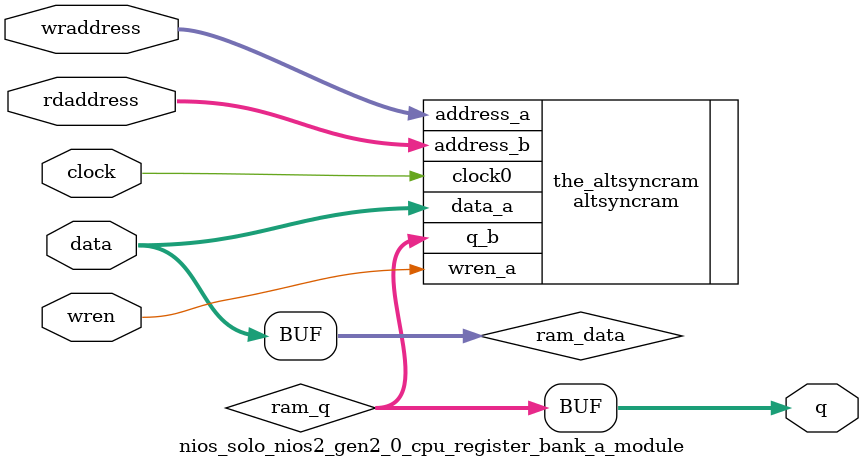
<source format=v>
module nios_solo_nios2_gen2_0_cpu_register_bank_a_module (
                                                           // inputs:
                                                            clock,
                                                            data,
                                                            rdaddress,
                                                            wraddress,
                                                            wren,
                                                           // outputs:
                                                            q
                                                         )
;
  parameter lpm_file = "UNUSED";
  output  [ 31: 0] q;
  input            clock;
  input   [ 31: 0] data;
  input   [  4: 0] rdaddress;
  input   [  4: 0] wraddress;
  input            wren;
  wire    [ 31: 0] q;
  wire    [ 31: 0] ram_data;
  wire    [ 31: 0] ram_q;
  assign q = ram_q;
  assign ram_data = data;
  altsyncram the_altsyncram
    (
      .address_a (wraddress),
      .address_b (rdaddress),
      .clock0 (clock),
      .data_a (ram_data),
      .q_b (ram_q),
      .wren_a (wren)
    );
  defparam the_altsyncram.address_reg_b = "CLOCK0",
           the_altsyncram.init_file = lpm_file,
           the_altsyncram.maximum_depth = 0,
           the_altsyncram.numwords_a = 32,
           the_altsyncram.numwords_b = 32,
           the_altsyncram.operation_mode = "DUAL_PORT",
           the_altsyncram.outdata_reg_b = "UNREGISTERED",
           the_altsyncram.ram_block_type = "AUTO",
           the_altsyncram.rdcontrol_reg_b = "CLOCK0",
           the_altsyncram.read_during_write_mode_mixed_ports = "DONT_CARE",
           the_altsyncram.width_a = 32,
           the_altsyncram.width_b = 32,
           the_altsyncram.widthad_a = 5,
           the_altsyncram.widthad_b = 5;
endmodule
</source>
